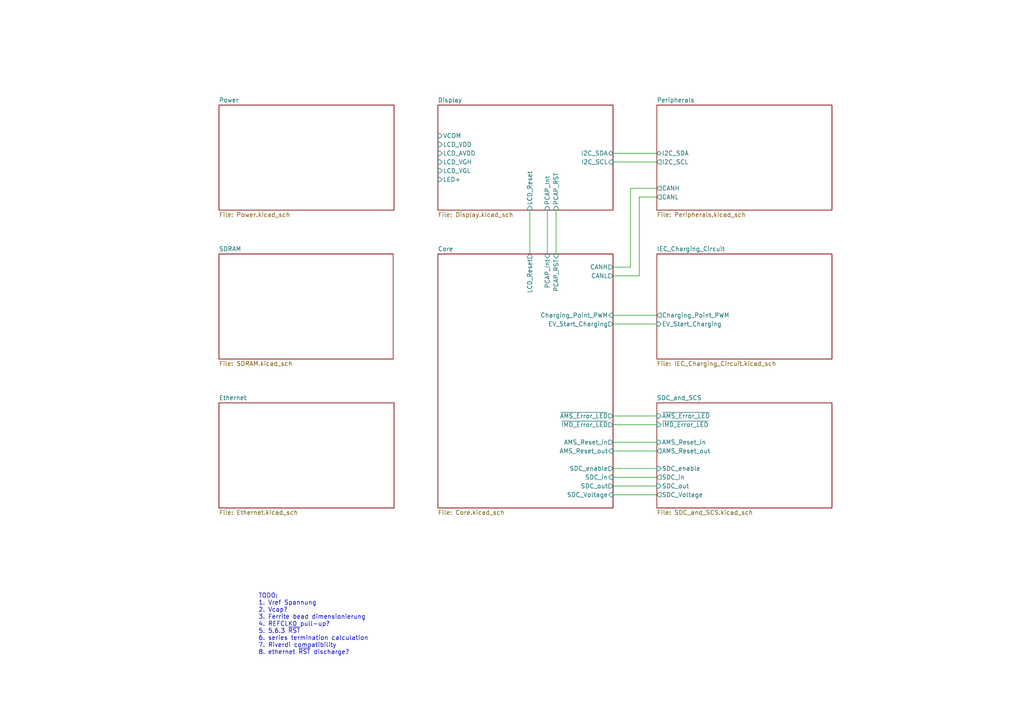
<source format=kicad_sch>
(kicad_sch
	(version 20231120)
	(generator "eeschema")
	(generator_version "8.0")
	(uuid "0dca9b66-f638-4727-874b-1b91b6921c17")
	(paper "A4")
	(lib_symbols)
	(wire
		(pts
			(xy 177.8 44.45) (xy 190.5 44.45)
		)
		(stroke
			(width 0)
			(type default)
		)
		(uuid "0cacb7b2-828e-468a-b028-da22591d57ac")
	)
	(wire
		(pts
			(xy 177.8 46.99) (xy 190.5 46.99)
		)
		(stroke
			(width 0)
			(type default)
		)
		(uuid "14d286a6-18ee-41d3-9a4d-773df509b7ca")
	)
	(wire
		(pts
			(xy 177.8 93.98) (xy 190.5 93.98)
		)
		(stroke
			(width 0)
			(type default)
		)
		(uuid "17e6f2b8-d691-4b5e-8551-54bce877833e")
	)
	(wire
		(pts
			(xy 177.8 130.81) (xy 190.5 130.81)
		)
		(stroke
			(width 0)
			(type default)
		)
		(uuid "26d4ad7c-b89d-4f97-affc-bf4b88d71548")
	)
	(wire
		(pts
			(xy 182.88 54.61) (xy 190.5 54.61)
		)
		(stroke
			(width 0)
			(type default)
		)
		(uuid "2afaf6e6-2157-4183-93e5-6357c3ab0ce2")
	)
	(wire
		(pts
			(xy 190.5 57.15) (xy 185.42 57.15)
		)
		(stroke
			(width 0)
			(type default)
		)
		(uuid "3bfb4c24-2752-416c-8624-7565e129dea8")
	)
	(wire
		(pts
			(xy 177.8 91.44) (xy 190.5 91.44)
		)
		(stroke
			(width 0)
			(type default)
		)
		(uuid "5dd1b8d0-fb3c-4461-b61f-5abdfee04be4")
	)
	(wire
		(pts
			(xy 177.8 120.65) (xy 190.5 120.65)
		)
		(stroke
			(width 0)
			(type default)
		)
		(uuid "60f05adb-f60d-4875-8c08-177356e7200b")
	)
	(wire
		(pts
			(xy 177.8 77.47) (xy 182.88 77.47)
		)
		(stroke
			(width 0)
			(type default)
		)
		(uuid "7315155a-effe-46a2-a26c-29dea0224f4b")
	)
	(wire
		(pts
			(xy 177.8 138.43) (xy 190.5 138.43)
		)
		(stroke
			(width 0)
			(type default)
		)
		(uuid "7e3895eb-2358-4d1c-a72b-a571c054d981")
	)
	(wire
		(pts
			(xy 177.8 140.97) (xy 190.5 140.97)
		)
		(stroke
			(width 0)
			(type default)
		)
		(uuid "9fe83f71-9eab-4af6-8f62-4d9d37b78249")
	)
	(wire
		(pts
			(xy 182.88 77.47) (xy 182.88 54.61)
		)
		(stroke
			(width 0)
			(type default)
		)
		(uuid "aa2f43ad-7b2a-4e57-abd6-75993e299d19")
	)
	(wire
		(pts
			(xy 177.8 135.89) (xy 190.5 135.89)
		)
		(stroke
			(width 0)
			(type default)
		)
		(uuid "b216a0b9-561b-4a06-b6f6-a94249af4b25")
	)
	(wire
		(pts
			(xy 185.42 80.01) (xy 177.8 80.01)
		)
		(stroke
			(width 0)
			(type default)
		)
		(uuid "b75f1298-18fc-40f9-9756-b213d5f217ef")
	)
	(wire
		(pts
			(xy 153.67 60.96) (xy 153.67 73.66)
		)
		(stroke
			(width 0)
			(type default)
		)
		(uuid "ba840715-3e40-401c-9d02-6a24f9976ffc")
	)
	(wire
		(pts
			(xy 185.42 57.15) (xy 185.42 80.01)
		)
		(stroke
			(width 0)
			(type default)
		)
		(uuid "c0ebe27d-fb7d-4269-966d-e4c93372f711")
	)
	(wire
		(pts
			(xy 158.75 60.96) (xy 158.75 73.66)
		)
		(stroke
			(width 0)
			(type default)
		)
		(uuid "d7ec212e-a90d-46b4-beb0-d322de6d3cb0")
	)
	(wire
		(pts
			(xy 161.29 60.96) (xy 161.29 73.66)
		)
		(stroke
			(width 0)
			(type default)
		)
		(uuid "d97b5ce5-48e8-4f17-ab96-c4ac65bfcaf7")
	)
	(wire
		(pts
			(xy 177.8 143.51) (xy 190.5 143.51)
		)
		(stroke
			(width 0)
			(type default)
		)
		(uuid "dcc71353-6f59-48c1-abf6-9615e09c65b6")
	)
	(wire
		(pts
			(xy 177.8 123.19) (xy 190.5 123.19)
		)
		(stroke
			(width 0)
			(type default)
		)
		(uuid "f3a35937-8835-45c7-9edd-4c16204460b4")
	)
	(wire
		(pts
			(xy 177.8 128.27) (xy 190.5 128.27)
		)
		(stroke
			(width 0)
			(type default)
		)
		(uuid "fc87f22e-7de3-46a8-9429-a26dc52e1f56")
	)
	(text "TODO:\n1. Vref Spannung\n2. Vcap?\n3. Ferrite bead dimensionierung\n4. REFCLK0 pull-up?\n5. 5.6.3 ~{RST}\n6. series termination calculation\n7. Riverdi compatibility\n8. ethernet ~{RST} discharge?\n\n"
		(exclude_from_sim no)
		(at 74.93 182.118 0)
		(effects
			(font
				(size 1.27 1.27)
			)
			(justify left)
		)
		(uuid "b77f9553-b64d-4a04-bcaa-eb156863248b")
	)
	(sheet
		(at 63.5 73.66)
		(size 50.546 30.48)
		(fields_autoplaced yes)
		(stroke
			(width 0.1524)
			(type solid)
		)
		(fill
			(color 0 0 0 0.0000)
		)
		(uuid "128393d2-6dd9-44f0-979c-682ff9f03572")
		(property "Sheetname" "SDRAM"
			(at 63.5 72.9484 0)
			(effects
				(font
					(size 1.27 1.27)
				)
				(justify left bottom)
			)
		)
		(property "Sheetfile" "SDRAM.kicad_sch"
			(at 63.5 104.7246 0)
			(effects
				(font
					(size 1.27 1.27)
				)
				(justify left top)
			)
		)
		(instances
			(project "FT25-Charger"
				(path "/0dca9b66-f638-4727-874b-1b91b6921c17"
					(page "9")
				)
			)
		)
	)
	(sheet
		(at 127 30.48)
		(size 50.8 30.48)
		(fields_autoplaced yes)
		(stroke
			(width 0.1524)
			(type solid)
		)
		(fill
			(color 0 0 0 0.0000)
		)
		(uuid "34256820-5635-4c85-a70b-596b3ee01bd0")
		(property "Sheetname" "Display"
			(at 127 29.7684 0)
			(effects
				(font
					(size 1.27 1.27)
				)
				(justify left bottom)
			)
		)
		(property "Sheetfile" "Display.kicad_sch"
			(at 127 61.5446 0)
			(effects
				(font
					(size 1.27 1.27)
				)
				(justify left top)
			)
		)
		(property "Field2" ""
			(at 127 30.48 0)
			(effects
				(font
					(size 1.27 1.27)
				)
				(hide yes)
			)
		)
		(pin "VCOM" input
			(at 127 39.37 180)
			(effects
				(font
					(size 1.27 1.27)
				)
				(justify left)
			)
			(uuid "3816bc7e-ee37-4195-854a-ef6440631568")
		)
		(pin "LCD_VDD" input
			(at 127 41.91 180)
			(effects
				(font
					(size 1.27 1.27)
				)
				(justify left)
			)
			(uuid "833577a5-95dc-4c3f-9b0a-2b6806adc8ae")
		)
		(pin "LED+" input
			(at 127 52.07 180)
			(effects
				(font
					(size 1.27 1.27)
				)
				(justify left)
			)
			(uuid "5bec4186-7cff-4de9-87d8-239b46e1f0de")
		)
		(pin "I2C_SCL" input
			(at 177.8 46.99 0)
			(effects
				(font
					(size 1.27 1.27)
				)
				(justify right)
			)
			(uuid "f4c38e29-beea-44cb-a561-64f5a9911c76")
		)
		(pin "PCAP_Int" input
			(at 158.75 60.96 270)
			(effects
				(font
					(size 1.27 1.27)
				)
				(justify left)
			)
			(uuid "62b05ffa-2d66-4e71-9358-b43a1080656d")
		)
		(pin "I2C_SDA" bidirectional
			(at 177.8 44.45 0)
			(effects
				(font
					(size 1.27 1.27)
				)
				(justify right)
			)
			(uuid "b126d798-02d8-4942-b520-01e739e24e0a")
		)
		(pin "PCAP_RST" input
			(at 161.29 60.96 270)
			(effects
				(font
					(size 1.27 1.27)
				)
				(justify left)
			)
			(uuid "20210132-3e45-49eb-a1f2-812fa35e183e")
		)
		(pin "LCD_VGH" input
			(at 127 46.99 180)
			(effects
				(font
					(size 1.27 1.27)
				)
				(justify left)
			)
			(uuid "9a2964f7-dcb3-435b-8dcf-65450fec93a9")
		)
		(pin "LCD_VGL" input
			(at 127 49.53 180)
			(effects
				(font
					(size 1.27 1.27)
				)
				(justify left)
			)
			(uuid "b49a99ac-0f56-4aeb-91e1-d7644aa1a90c")
		)
		(pin "LCD_AVDD" input
			(at 127 44.45 180)
			(effects
				(font
					(size 1.27 1.27)
				)
				(justify left)
			)
			(uuid "61e5f3b9-926b-4d1e-820d-2bd639b67b0d")
		)
		(pin "LCD_Reset" input
			(at 153.67 60.96 270)
			(effects
				(font
					(size 1.27 1.27)
				)
				(justify left)
			)
			(uuid "fbf4a5ae-f8cf-4900-8590-f1eac8b3cee6")
		)
		(instances
			(project "FT25-Charger"
				(path "/0dca9b66-f638-4727-874b-1b91b6921c17"
					(page "9")
				)
			)
		)
	)
	(sheet
		(at 127 73.66)
		(size 50.8 73.66)
		(fields_autoplaced yes)
		(stroke
			(width 0.1524)
			(type solid)
		)
		(fill
			(color 0 0 0 0.0000)
		)
		(uuid "486f4a0e-b8d5-42cd-a726-c7aa5b0383fd")
		(property "Sheetname" "Core"
			(at 127 72.9484 0)
			(effects
				(font
					(size 1.27 1.27)
				)
				(justify left bottom)
			)
		)
		(property "Sheetfile" "Core.kicad_sch"
			(at 127 147.9046 0)
			(effects
				(font
					(size 1.27 1.27)
				)
				(justify left top)
			)
		)
		(pin "PCAP_RST" input
			(at 161.29 73.66 90)
			(effects
				(font
					(size 1.27 1.27)
				)
				(justify right)
			)
			(uuid "e3e18945-5024-4afa-9e6f-aa2e6a66cfd9")
		)
		(pin "PCAP_Int" input
			(at 158.75 73.66 90)
			(effects
				(font
					(size 1.27 1.27)
				)
				(justify right)
			)
			(uuid "4fa40e5f-480b-449b-b67c-c814866b6a63")
		)
		(pin "CANH" output
			(at 177.8 77.47 0)
			(effects
				(font
					(size 1.27 1.27)
				)
				(justify right)
			)
			(uuid "ba745a4d-2cfb-45af-9f1b-6faa6f0aa196")
		)
		(pin "CANL" output
			(at 177.8 80.01 0)
			(effects
				(font
					(size 1.27 1.27)
				)
				(justify right)
			)
			(uuid "4e93f07a-4621-403e-b26f-1cdd4043fdb1")
		)
		(pin "~{AMS_Error_LED}" output
			(at 177.8 120.65 0)
			(effects
				(font
					(size 1.27 1.27)
				)
				(justify right)
			)
			(uuid "0427c85c-84e6-48df-8d01-b094dc2312cc")
		)
		(pin "~{IMD_Error_LED}" output
			(at 177.8 123.19 0)
			(effects
				(font
					(size 1.27 1.27)
				)
				(justify right)
			)
			(uuid "71aea406-8d39-4bbc-a9e2-404317dfcf03")
		)
		(pin "SDC_enable" output
			(at 177.8 135.89 0)
			(effects
				(font
					(size 1.27 1.27)
				)
				(justify right)
			)
			(uuid "356e7d39-23fd-4cfb-b0ab-b26eeff80d0e")
		)
		(pin "AMS_Reset_out" input
			(at 177.8 130.81 0)
			(effects
				(font
					(size 1.27 1.27)
				)
				(justify right)
			)
			(uuid "f9ab0224-1e57-46a2-932c-8d13e647087b")
		)
		(pin "SDC_Voltage" input
			(at 177.8 143.51 0)
			(effects
				(font
					(size 1.27 1.27)
				)
				(justify right)
			)
			(uuid "09f8fc16-df20-4353-a0a3-3ff148136c7c")
		)
		(pin "SDC_in" input
			(at 177.8 138.43 0)
			(effects
				(font
					(size 1.27 1.27)
				)
				(justify right)
			)
			(uuid "39b1d835-1b17-4353-a561-530cfdbb07f3")
		)
		(pin "SDC_out" output
			(at 177.8 140.97 0)
			(effects
				(font
					(size 1.27 1.27)
				)
				(justify right)
			)
			(uuid "462dc091-717e-445c-9ccb-bcf244e3bcea")
		)
		(pin "AMS_Reset_in" output
			(at 177.8 128.27 0)
			(effects
				(font
					(size 1.27 1.27)
				)
				(justify right)
			)
			(uuid "9cb065ba-4d91-4a96-9a5a-6e77d7cfe390")
		)
		(pin "EV_Start_Charging" output
			(at 177.8 93.98 0)
			(effects
				(font
					(size 1.27 1.27)
				)
				(justify right)
			)
			(uuid "79bf9d22-0a93-4215-b737-9b2992bb6c6d")
		)
		(pin "Charging_Point_PWM" input
			(at 177.8 91.44 0)
			(effects
				(font
					(size 1.27 1.27)
				)
				(justify right)
			)
			(uuid "400055eb-9354-43a6-bbb6-e6f49a622ed5")
		)
		(pin "LCD_Reset" output
			(at 153.67 73.66 90)
			(effects
				(font
					(size 1.27 1.27)
				)
				(justify right)
			)
			(uuid "45810262-42ca-4bf5-b56c-adb2ac7bafc9")
		)
		(instances
			(project "FT25-Charger"
				(path "/0dca9b66-f638-4727-874b-1b91b6921c17"
					(page "4")
				)
			)
		)
	)
	(sheet
		(at 63.5 116.84)
		(size 50.8 30.48)
		(fields_autoplaced yes)
		(stroke
			(width 0.1524)
			(type solid)
		)
		(fill
			(color 0 0 0 0.0000)
		)
		(uuid "5469580a-3180-4bfd-8660-e5a4628a92d9")
		(property "Sheetname" "Ethernet"
			(at 63.5 116.1284 0)
			(effects
				(font
					(size 1.27 1.27)
				)
				(justify left bottom)
			)
		)
		(property "Sheetfile" "Ethernet.kicad_sch"
			(at 63.5 147.9046 0)
			(effects
				(font
					(size 1.27 1.27)
				)
				(justify left top)
			)
		)
		(instances
			(project "FT25-Charger"
				(path "/0dca9b66-f638-4727-874b-1b91b6921c17"
					(page "4")
				)
			)
		)
	)
	(sheet
		(at 190.5 116.84)
		(size 50.8 30.48)
		(fields_autoplaced yes)
		(stroke
			(width 0.1524)
			(type solid)
		)
		(fill
			(color 0 0 0 0.0000)
		)
		(uuid "75c94037-2217-4879-97cf-1bc2976ef0dc")
		(property "Sheetname" "SDC_and_SCS"
			(at 190.5 116.1284 0)
			(effects
				(font
					(size 1.27 1.27)
				)
				(justify left bottom)
			)
		)
		(property "Sheetfile" "SDC_and_SCS.kicad_sch"
			(at 190.5 147.9046 0)
			(effects
				(font
					(size 1.27 1.27)
				)
				(justify left top)
			)
		)
		(property "Field2" ""
			(at 190.5 116.84 0)
			(effects
				(font
					(size 1.27 1.27)
				)
				(hide yes)
			)
		)
		(pin "~{IMD_Error_LED}" input
			(at 190.5 123.19 180)
			(effects
				(font
					(size 1.27 1.27)
				)
				(justify left)
			)
			(uuid "efb58820-83bc-424b-95f3-2fb058914d3e")
		)
		(pin "~{AMS_Error_LED}" input
			(at 190.5 120.65 180)
			(effects
				(font
					(size 1.27 1.27)
				)
				(justify left)
			)
			(uuid "a159e626-fcc3-4e1f-909e-a5917b863ccb")
		)
		(pin "AMS_Reset_in" input
			(at 190.5 128.27 180)
			(effects
				(font
					(size 1.27 1.27)
				)
				(justify left)
			)
			(uuid "1cf3b872-e697-433b-8dbd-7195a9e73264")
		)
		(pin "AMS_Reset_out" output
			(at 190.5 130.81 180)
			(effects
				(font
					(size 1.27 1.27)
				)
				(justify left)
			)
			(uuid "545ea471-bf17-44d3-99c8-fe48c00fd893")
		)
		(pin "SDC_enable" input
			(at 190.5 135.89 180)
			(effects
				(font
					(size 1.27 1.27)
				)
				(justify left)
			)
			(uuid "a8abaeea-a668-46bb-b5e7-f3cf1ce07f0b")
		)
		(pin "SDC_in" output
			(at 190.5 138.43 180)
			(effects
				(font
					(size 1.27 1.27)
				)
				(justify left)
			)
			(uuid "15c9950c-ec3e-4af1-bf46-01d63abf5762")
		)
		(pin "SDC_Voltage" output
			(at 190.5 143.51 180)
			(effects
				(font
					(size 1.27 1.27)
				)
				(justify left)
			)
			(uuid "5c6d18a7-241d-4ab1-b3d3-3581f6a2cef2")
		)
		(pin "SDC_out" input
			(at 190.5 140.97 180)
			(effects
				(font
					(size 1.27 1.27)
				)
				(justify left)
			)
			(uuid "420b0c15-b784-4095-8679-fb98ddcf85a2")
		)
		(instances
			(project "FT25-Charger"
				(path "/0dca9b66-f638-4727-874b-1b91b6921c17"
					(page "7")
				)
			)
		)
	)
	(sheet
		(at 190.5 30.48)
		(size 50.8 30.48)
		(fields_autoplaced yes)
		(stroke
			(width 0.1524)
			(type solid)
		)
		(fill
			(color 0 0 0 0.0000)
		)
		(uuid "80927836-8e39-47ea-8430-ab9d018fcb5d")
		(property "Sheetname" "Peripherals"
			(at 190.5 29.7684 0)
			(effects
				(font
					(size 1.27 1.27)
				)
				(justify left bottom)
			)
		)
		(property "Sheetfile" "Peripherals.kicad_sch"
			(at 190.5 61.5446 0)
			(effects
				(font
					(size 1.27 1.27)
				)
				(justify left top)
			)
		)
		(property "Field2" ""
			(at 190.5 30.48 0)
			(effects
				(font
					(size 1.27 1.27)
				)
				(hide yes)
			)
		)
		(pin "CANL" output
			(at 190.5 57.15 180)
			(effects
				(font
					(size 1.27 1.27)
				)
				(justify left)
			)
			(uuid "594eae58-b3ae-495d-a6f8-492ba17e0522")
		)
		(pin "I2C_SDA" bidirectional
			(at 190.5 44.45 180)
			(effects
				(font
					(size 1.27 1.27)
				)
				(justify left)
			)
			(uuid "e1a21df7-7d3f-45fa-b65a-8b054068756f")
		)
		(pin "I2C_SCL" output
			(at 190.5 46.99 180)
			(effects
				(font
					(size 1.27 1.27)
				)
				(justify left)
			)
			(uuid "dd32d4ab-dc8a-451d-b1e5-8d92fc8fc43e")
		)
		(pin "CANH" output
			(at 190.5 54.61 180)
			(effects
				(font
					(size 1.27 1.27)
				)
				(justify left)
			)
			(uuid "27e51e44-3361-47de-b3d3-8491ec931bf7")
		)
		(instances
			(project "FT25-Charger"
				(path "/0dca9b66-f638-4727-874b-1b91b6921c17"
					(page "10")
				)
			)
		)
	)
	(sheet
		(at 190.5 73.66)
		(size 50.8 30.48)
		(fields_autoplaced yes)
		(stroke
			(width 0.1524)
			(type solid)
		)
		(fill
			(color 0 0 0 0.0000)
		)
		(uuid "821f8254-7e97-454c-9aee-86b4ab099a85")
		(property "Sheetname" "IEC_Charging_Circuit"
			(at 190.5 72.9484 0)
			(effects
				(font
					(size 1.27 1.27)
				)
				(justify left bottom)
			)
		)
		(property "Sheetfile" "IEC_Charging_Circuit.kicad_sch"
			(at 190.5 104.7246 0)
			(effects
				(font
					(size 1.27 1.27)
				)
				(justify left top)
			)
		)
		(property "Field2" ""
			(at 190.5 73.66 0)
			(effects
				(font
					(size 1.27 1.27)
				)
				(hide yes)
			)
		)
		(pin "Charging_Point_PWM" output
			(at 190.5 91.44 180)
			(effects
				(font
					(size 1.27 1.27)
				)
				(justify left)
			)
			(uuid "2af6d41f-5d0e-41ad-99d0-1e60204cd27a")
		)
		(pin "EV_Start_Charging" input
			(at 190.5 93.98 180)
			(effects
				(font
					(size 1.27 1.27)
				)
				(justify left)
			)
			(uuid "b48fa48c-d674-409b-9ecd-d2e98dbc2adb")
		)
		(instances
			(project "FT25-Charger"
				(path "/0dca9b66-f638-4727-874b-1b91b6921c17"
					(page "6")
				)
			)
		)
	)
	(sheet
		(at 63.5 30.48)
		(size 50.8 30.48)
		(fields_autoplaced yes)
		(stroke
			(width 0.1524)
			(type solid)
		)
		(fill
			(color 0 0 0 0.0000)
		)
		(uuid "91c9895f-7dce-429f-866f-2980d966c967")
		(property "Sheetname" "Power"
			(at 63.5 29.7684 0)
			(effects
				(font
					(size 1.27 1.27)
				)
				(justify left bottom)
			)
		)
		(property "Sheetfile" "Power.kicad_sch"
			(at 63.5 61.5446 0)
			(effects
				(font
					(size 1.27 1.27)
				)
				(justify left top)
			)
		)
		(instances
			(project "FT25-Charger"
				(path "/0dca9b66-f638-4727-874b-1b91b6921c17"
					(page "3")
				)
			)
		)
	)
	(sheet_instances
		(path "/"
			(page "1")
		)
	)
)

</source>
